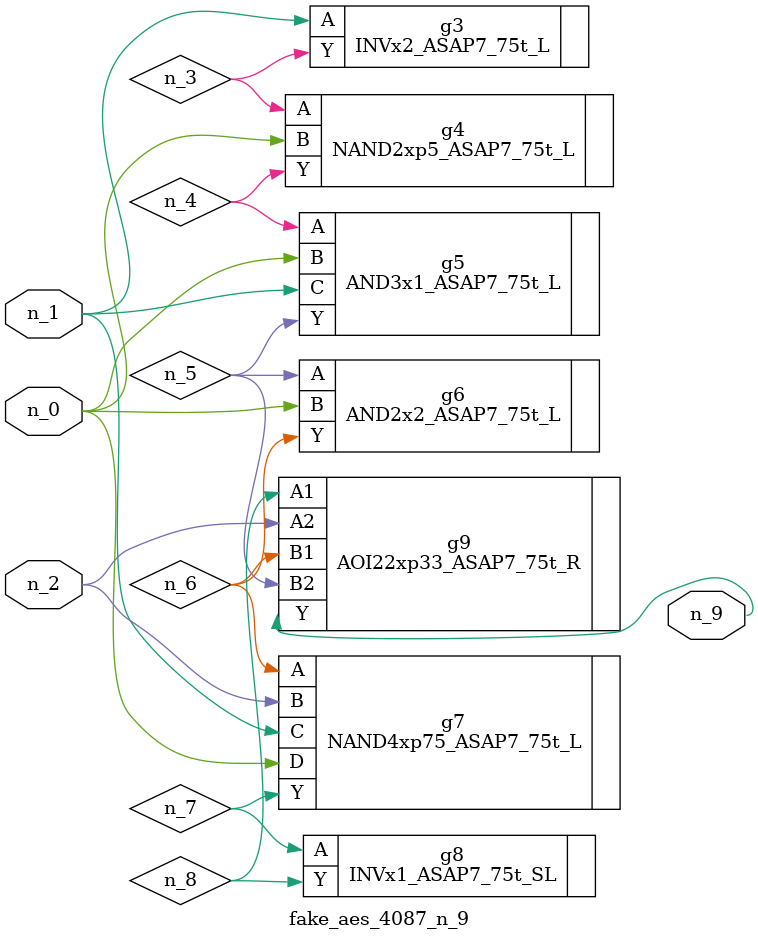
<source format=v>
module fake_aes_4087_n_9 (n_1, n_2, n_0, n_9);
input n_1;
input n_2;
input n_0;
output n_9;
wire n_6;
wire n_4;
wire n_3;
wire n_5;
wire n_7;
wire n_8;
INVx2_ASAP7_75t_L g3 ( .A(n_1), .Y(n_3) );
NAND2xp5_ASAP7_75t_L g4 ( .A(n_3), .B(n_0), .Y(n_4) );
AND3x1_ASAP7_75t_L g5 ( .A(n_4), .B(n_0), .C(n_1), .Y(n_5) );
AND2x2_ASAP7_75t_L g6 ( .A(n_5), .B(n_0), .Y(n_6) );
NAND4xp75_ASAP7_75t_L g7 ( .A(n_6), .B(n_2), .C(n_1), .D(n_0), .Y(n_7) );
INVx1_ASAP7_75t_SL g8 ( .A(n_7), .Y(n_8) );
AOI22xp33_ASAP7_75t_R g9 ( .A1(n_8), .A2(n_2), .B1(n_6), .B2(n_5), .Y(n_9) );
endmodule
</source>
